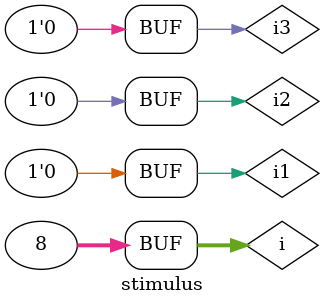
<source format=v>
`timescale 1ns / 1ps


module stimulus;

	// Inputs
	reg i1;
	reg i2;
	reg i3;

	// Outputs
	wire gateOutput;
	
	integer i;

	// Instantiate the Unit Under Test (UUT)
	ThreeInputOrGate uut (
		.i1(i1), 
		.i2(i2), 
		.i3(i3), 
		.gateOutput(gateOutput)
	);

	initial begin
		// Initialize Inputs
		i1 = 0;
		i2 = 0;
		i3 = 0;

		// Wait 100 ns for global reset to finish
		#100;
        
			// Add stimulus here
		/*
		//Rana's stimulus
		#50 i1 = 1;
		#50 i1 = 0;
		#60 i3 = 1;
		*/
		//Dhr's stimulus
/*		#50 i3 = 1;
		#50 i3 = 0;
		i2 = 1;
		#50 i3 = 1;
		#50 i3 = 0;
		i2 = 0;
		i1 = 1;
		#50 i3 = 1;
		#50 i3 = 0;
		i2 = 1; 
		#50 i3 = 1;
		#50 i3 = 0;
		i2 = 0;
		i1 = 0;*/
		for (i = 0 ; i < 8 ; i = i + 1)
		begin
			#50 {i1,i2,i3}= i;
		end	
		#50 {i1,i2,i3}= 0;
	end
   
	initial begin
		$monitor("output=%d, i1=%d, i2=%d, i3=%d\n",gateOutput,i1,i2,i3);
	end	
endmodule


</source>
